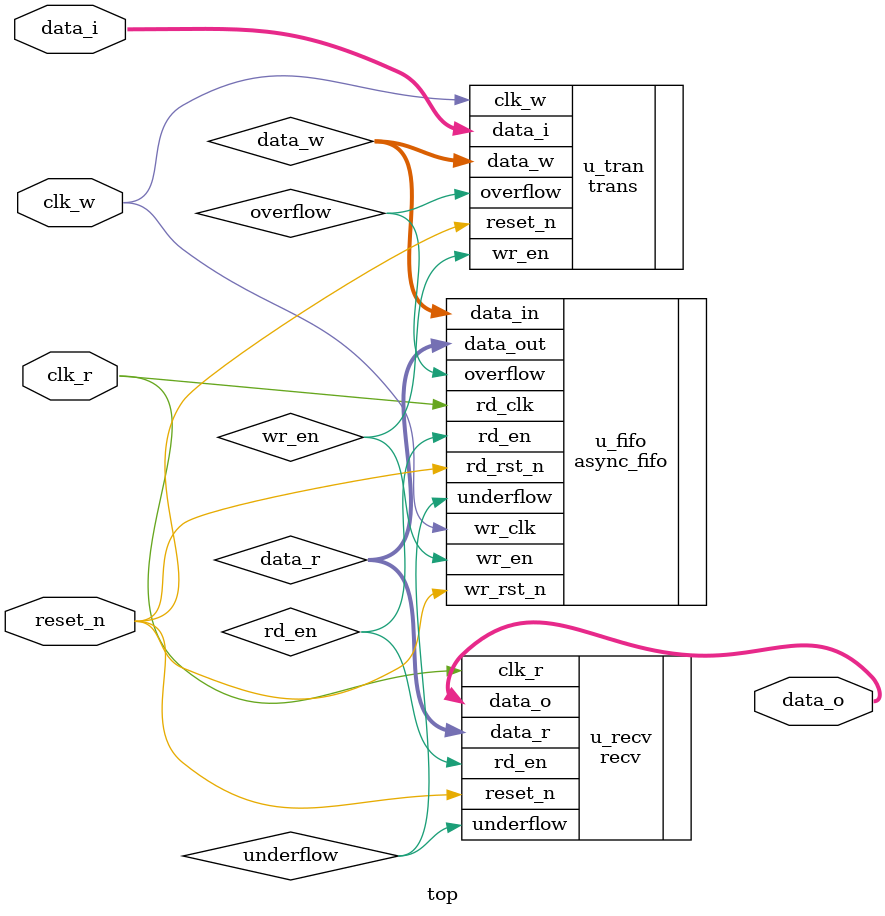
<source format=v>
module top(
    input   [7:0]   data_i,
    input           clk_w,
    input           clk_r,
    input           reset_n,
    output [7:0]    data_o
);

wire    overflow;
wire    underflow;
wire    [7:0]    data_w;
reg     [7:0]    data_r;
wire    wr_en;
reg     rd_en;

trans u_tran(
    .reset_n (reset_n),
    .clk_w   (clk_w),
    .data_i  (data_i),

    .overflow(overflow),
    .data_w  (data_w),
    .wr_en   (wr_en)
);

async_fifo  u_fifo(
    .wr_clk     (clk_w),				//写时钟
    .wr_rst_n   (reset_n)	,       		//低电平有效的写复位信号
    .wr_en      (wr_en)		,       		//写使能信号，高电平有效	
    .data_in	(data_w)	,       		//写入的数据
//读数据			
    .rd_clk     (clk_r)		,				//读时钟
    .rd_rst_n   (reset_n)	,       		//低电平有效的读复位信号
    .rd_en      (rd_en)		,				//读使能信号，高电平有效						                                        
    .data_out   (data_r)	,				//输出的数据
//状态标志					
    .overflow   (overflow)  ,
    .underflow  (underflow)
);

recv    u_recv(
    .reset_n(reset_n),
    .clk_r  (clk_r),
    .data_o (data_o),

    .underflow(underflow),
    .data_r (data_r),
    .rd_en  (rd_en)
);



endmodule
</source>
